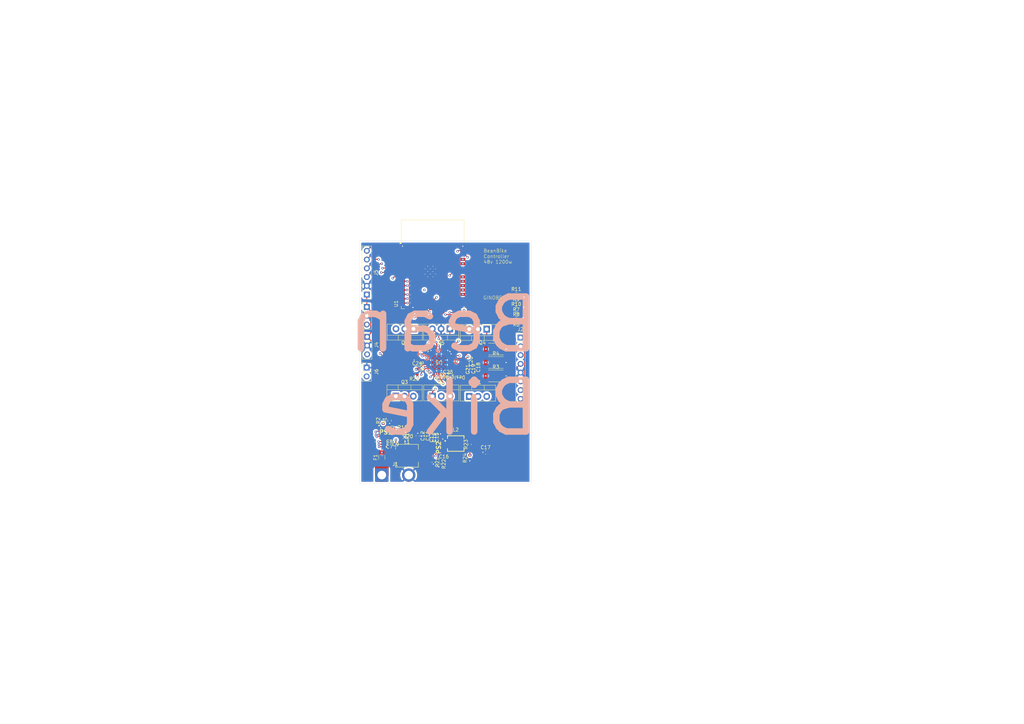
<source format=kicad_pcb>
(kicad_pcb (version 20241229) (generator "pcbnew") (generator_version "9.0")
  (layers (0 "F.Cu" mixed) (4 "In1.Cu" mixed) (6 "In2.Cu" mixed) (8 "In3.Cu" signal) (10 "In4.Cu" signal) (2 "B.Cu" mixed) (13 "F.Paste" user) (15 "B.Paste" user) (5 "F.SilkS" user "F.Silkscreen") (7 "B.SilkS" user "B.Silkscreen") (1 "F.Mask" user) (3 "B.Mask" user) (25 "Edge.Cuts" user))
  (net 0 "")
  (net 1 "Net-(U5-VM)")
  (net 2 "/Motor/VDRAIN")
  (net 3 "Net-(U5-VCP)")
  (net 4 "BRAKE_GND")
  (net 5 "Net-(U5-CPH)")
  (net 6 "PWR_MOTOR")
  (net 7 "MCU-GPIO10")
  (net 8 "Net-(PS1-BOOT)")
  (net 9 "Net-(PS1-SW_1)")
  (net 10 "Net-(PS2-SW_1)")
  (net 11 "Net-(PS2-BOOT)")
  (net 12 "DISPLAY_5V")
  (net 13 "+3.3V")
  (net 14 "Net-(U5-CPL)")
  (net 15 "Net-(U5-DVDD)")
  (net 16 "Net-(U5-VGLS)")
  (net 17 "+BATT")
  (net 18 "MOTOR_PHASE_C")
  (net 19 "MOTOR_HALL_C")
  (net 20 "MOTOR_PHASE_A")
  (net 21 "MOTOR_HALL_A")
  (net 22 "MOTOR_HALL_B")
  (net 23 "MOTOR_PHASE_B")
  (net 24 "MCU-GPIO21")
  (net 25 "MCU-GPIO22")
  (net 26 "MCU-Boot")
  (net 27 "MCU-GPIO4")
  (net 28 "MCU-RX")
  (net 29 "MCU-TX")
  (net 30 "Net-(PS1-PG)")
  (net 32 "Net-(PS1-FB)")
  (net 33 "Net-(PS1-RT{slash}SYNC)")
  (net 34 "Net-(PS2-RT{slash}SYNC)")
  (net 36 "Net-(PS2-PG)")
  (net 37 "Net-(PS2-FB)")
  (net 38 "BLDC-IC_PHASE_A_HIGH")
  (net 39 "BLDC-IC_PHASE_B_HIGH")
  (net 40 "BLDC-IC_PHASE_C_HIGH")
  (net 41 "BLDC-IC_PHASE_A_LOW")
  (net 42 "BLDC-IC_PHASE_B_LOW")
  (net 43 "BLDC-IC_PHASE_C_LOW")
  (net 44 "BATT_Level")
  (net 45 "MCU-Reset")
  (net 46 "MCU-GPIO23")
  (net 47 "BRAKE_SIGNAL")
  (net 48 "MCU-GPIO5")
  (net 49 "MCU-GPIO26")
  (net 50 "MCU-GPIO19")
  (net 51 "MCU-GPIO12")
  (net 52 "MCU-GPIO9")
  (net 53 "MCU-GPIO18")
  (net 55 "MCU-GPIO33")
  (net 56 "MCU-GPIO13")
  (net 57 "MCU-GPIO2")
  (net 61 "MCU-GPIO11")
  (net 62 "MCU-GPIO27")
  (net 63 "MCU-GPIO25")
  (net 64 "MCU-GPIO14")
  (net 66 "MCU-GPIO35")
  (net 67 "MCU-GPIO34")
  (net 68 "MCU-GPIO15")
  (net 69 "MCU-GPIO17")
  (footprint "Resistor_SMD:R_0603_1608Metric" (layer "F.Cu") (at 149.7 86.8 180)
    (property "Reference" "R10")
    (property "Value" "10k")
  )
  (footprint "Capacitor_SMD:C_0201_0603Metric" (layer "F.Cu") (at 120.945 104.38 180)
    (property "Reference" "C24")
    (property "Value" "0.1uF")
  )
  (footprint "Resistor_SMD:R_0402_1005Metric" (layer "F.Cu") (at 119.2 126 90)
    (property "Reference" "R19")
    (property "Value" "40.2k")
  )
  (footprint "Resistor_SMD:R_0603_1608Metric" (layer "F.Cu") (at 120.895 106.23 -90)
    (property "Reference" "R26")
    (property "Value" "73k")
  )
  (footprint "Fuse:Fuse_1206_3216Metric" (layer "F.Cu") (at 110.7 132.65 90)
    (property "Reference" "F1")
    (property "Value" "Fuse")
  )
  (footprint "Resistor_SMD:R_0603_1608Metric" (layer "F.Cu") (at 149.7 91.25)
    (property "Reference" "R7")
    (property "Value" "18k")
  )
  (footprint "Capacitor_SMD:C_0201_0603Metric" (layer "F.Cu") (at 128.7 133.5)
    (property "Reference" "C16")
    (property "Value" "100nf")
  )
  (footprint "Resistor_SMD:R_0402_1005Metric" (layer "F.Cu") (at 116.8 126.85)
    (property "Reference" "R17")
    (property "Value" "46.4k")
  )
  (footprint "Capacitor_SMD:C_0201_0603Metric" (layer "F.Cu") (at 126.95 126.9 90)
    (property "Reference" "C14")
    (property "Value" "2.2uF")
  )
  (footprint "Capacitor_SMD:C_0603_1608Metric" (layer "F.Cu") (at 140.8 131.2)
    (property "Reference" "C17")
    (property "Value" "22uF")
  )
  (footprint "Capacitor_SMD:C_0201_0603Metric" (layer "F.Cu") (at 126.2 126.9 90)
    (property "Reference" "C13")
    (property "Value" "2.2uF")
  )
  (footprint "Capacitor_SMD:C_0201_0603Metric" (layer "F.Cu") (at 114.85 124.85 90)
    (property "Reference" "C10")
    (property "Value" "100nf")
  )
  (footprint "Capacitor_SMD:C_0201_0603Metric" (layer "F.Cu") (at 111 128.85)
    (property "Reference" "C9")
    (property "Value" "100nF")
  )
  (footprint "Resistor_SMD:R_0603_1608Metric" (layer "F.Cu") (at 136.25 132.85 90)
    (property "Reference" "R24")
    (property "Value" "10k")
  )
  (footprint "Capacitor_SMD:C_0603_1608Metric" (layer "F.Cu") (at 135.845 107.01 -90)
    (property "Reference" "C19")
    (property "Value" ">10uF")
  )
  (footprint "Resistor_SMD:R_0603_1608Metric" (layer "F.Cu") (at 120.145 108.48 180)
    (property "Reference" "R25")
    (property "Value" "73k")
  )
  (footprint "Resistor_SMD:R_0603_1608Metric" (layer "F.Cu") (at 149.7 88.28)
    (property "Reference" "R9")
    (property "Value" "18k")
  )
  (footprint "MOTORIC:RTA0040B" (layer "F.Cu") (at 127.2875 105.13 180)
    (property "Reference" "U5")
    (property "Value" "DRV8353SRTAT")
  )
  (footprint "Resistor_SMD:R_2512_6332Metric" (layer "F.Cu") (at 143.8 109.05)
    (property "Reference" "R3")
    (property "Value" "CSS2H-2512R-1L00F")
  )
  (footprint "Resistor_SMD:R_0603_1608Metric" (layer "F.Cu") (at 149.7 89.75 180)
    (property "Reference" "R8")
    (property "Value" "10k")
  )
  (footprint "Resistor_SMD:R_0603_1608Metric" (layer "F.Cu") (at 112.95 122 90)
    (property "Reference" "R1")
    (property "Value" "10k")
  )
  (footprint "Capacitor_SMD:C_0201_0603Metric" (layer "F.Cu") (at 134.595 107.13 -90)
    (property "Reference" "C21")
    (property "Value" "47nF")
  )
  (footprint "Resistor_SMD:R_0603_1608Metric" (layer "F.Cu") (at 127.25 134.6 -90)
    (property "Reference" "R22")
    (property "Value" "10k")
  )
  (footprint "Capacitor_SMD:C_0201_0603Metric" (layer "F.Cu") (at 111 128.1)
    (property "Reference" "C8")
    (property "Value" "2.2uF")
  )
  (footprint "Resistor_SMD:R_2512_6332Metric" (layer "F.Cu") (at 143.845 101.25)
    (property "Reference" "R5")
    (property "Value" "CSS2H-2512R-1L00F")
  )
  (footprint "Capacitor_SMD:C_0201_0603Metric" (layer "F.Cu") (at 127.7 126.9 90)
    (property "Reference" "C15")
    (property "Value" "100nF")
  )
  (footprint "Connector_Wire:SolderWire-2sqmm_1x02_P7.8mm_D2mm_OD3.9mm" (layer "F.Cu") (at 110.7 137.8)
    (property "Reference" "J1")
    (property "Value" "XT80 Male")
  )
  (footprint "Capacitor_SMD:C_0201_0603Metric" (layer "F.Cu") (at 135.495 104.81 -90)
    (property "Reference" "C20")
    (property "Value" "1uF")
  )
  (footprint "LMR380:SON50P300X300X80-13N" (layer "F.Cu") (at 127.1875 129.8 -90)
    (property "Reference" "PS2")
    (property "Value" "LMR38025SQDRRRQ1" (hide yes))
  )
  (footprint "Capacitor_SMD:C_0201_0603Metric" (layer "F.Cu") (at 137.645 106.555 -90)
    (property "Reference" "C18")
    (property "Value" "0.1uF")
  )
  (footprint "easyeda2kicad:IND-SMD_L4.8-W4.5" (layer "F.Cu") (at 132.15 128.65)
    (property "Reference" "L2")
    (property "Value" "L")
  )
  (footprint "Package_TO_SOT_THT:TO-220-3_Vertical" (layer "F.Cu") (at 130.435 95.38 180)
    (property "Reference" "Q5")
    (property "Value" "PHASE B LOW")
  )
  (footprint "Connector_PinHeader_2.54mm:PinHeader_1x06_P2.54mm_Vertical" (layer "F.Cu") (at 106.35 85.45 180)
    (property "Reference" "J5")
    (property "Value" "Display Conn")
  )
  (footprint "Capacitor_SMD:C_0603_1608Metric" (layer "F.Cu") (at 122.6 126.45 -90)
    (property "Reference" "C11")
    (property "Value" "22uF")
  )
  (footprint "Package_TO_SOT_THT:TO-220-3_Vertical" (layer "F.Cu") (at 136.055 114.98)
    (property "Reference" "Q1")
    (property "Value" "PHASE A HIGH")
  )
  (footprint "LMR380:SON50P300X300X80-13N" (layer "F.Cu") (at 111.8 125.35)
    (property "Reference" "PS1")
    (property "Value" "LMR38025SQDRRRQ1" (hide yes))
  )
  (footprint "Resistor_SMD:R_0402_1005Metric" (layer "F.Cu") (at 136.25 128.9 90)
    (property "Reference" "R23")
    (property "Value" "23.2k")
  )
  (footprint "Capacitor_SMD:C_0603_1608Metric" (layer "F.Cu") (at 121.13 126.45 -90)
    (property "Reference" "C12")
    (property "Value" "22uF")
  )
  (footprint "easyeda2kicad:IND-SMD_L7.1-W6.6" (layer "F.Cu") (at 118 132.2)
    (property "Reference" "L1")
    (property "Value" "8.2uH 68mOhm")
  )
  (footprint "Resistor_SMD:R_0603_1608Metric" (layer "F.Cu") (at 116.75 125.4)
    (property "Reference" "R18")
    (property "Value" "10k")
  )
  (footprint "Package_TO_SOT_THT:TO-220-3_Vertical" (layer "F.Cu") (at 125.4 114.93)
    (property "Reference" "Q2")
    (property "Value" "PHASE B HIGH")
  )
  (footprint "Resistor_SMD:R_0603_1608Metric" (layer "F.Cu") (at 149.7 85.3)
    (property "Reference" "R11")
    (property "Value" "18k")
  )
  (footprint "Resistor_SMD:R_2512_6332Metric" (layer "F.Cu") (at 143.8 105.15)
    (property "Reference" "R4")
    (property "Value" "CSS2H-2512R-1L00F")
  )
  (footprint "Resistor_SMD:R_0402_1005Metric" (layer "F.Cu") (at 125.65 134.1 -90)
    (property "Reference" "R21")
    (property "Value" "21.5k")
  )
  (footprint "Connector_PinHeader_2.54mm:PinHeader_1x03_P2.54mm_Vertical" (layer "F.Cu") (at 106.45 97.7)
    (property "Reference" "J4")
    (property "Value" "PAS Conn")
  )
  (footprint "Resistor_SMD:R_0603_1608Metric" (layer "F.Cu") (at 149.7 92.75 180)
    (property "Reference" "R6")
    (property "Value" "10k")
  )
  (footprint "Capacitor_SMD:C_0201_0603Metric" (layer "F.Cu") (at 129.865 108.98)
    (property "Reference" "C23")
    (property "Value" "1uF")
  )
  (footprint "Capacitor_SMD:C_0201_0603Metric" (layer "F.Cu") (at 128.895 109.73)
    (property "Reference" "C22")
    (property "Value" "1uF")
  )
  (footprint "Capacitor_SMD:C_0201_0603Metric" (layer "F.Cu") (at 111 129.6)
    (property "Reference" "C7")
    (property "Value" "2.2uF")
  )
  (footprint "Connector_PinHeader_2.54mm:PinHeader_1x03_P2.54mm_Vertical" (layer "F.Cu") (at 106.35 89.04)
    (property "Reference" "J3")
    (property "Value" "Throttle Conn")
  )
  (footprint "RF_Module:ESP32-WROOM-32" (layer "F.Cu") (at 125.455 79.67)
    (property "Reference" "U1")
    (property "Value" "ESP32-WROOM-32")
  )
  (footprint "Connector_PinHeader_2.54mm:PinHeader_1x08_P2.54mm_Vertical" (layer "F.Cu") (at 150.95 97.92)
    (property "Reference" "J2")
    (property "Value" "Motor Conn")
  )
  (footprint "Package_TO_SOT_THT:TO-220-3_Vertical" (layer "F.Cu") (at 141.135 95.48 180)
    (property "Reference" "Q4")
    (property "Value" "PHASE A LOW")
  )
  (footprint "Resistor_SMD:R_0603_1608Metric" (layer "F.Cu") (at 111.1 122 90)
    (property "Reference" "R2")
    (property "Value" "180k")
  )
  (footprint "Connector_PinHeader_2.54mm:PinHeader_1x02_P2.54mm_Vertical" (layer "F.Cu") (at 106.3 106.64)
    (property "Reference" "J6")
    (property "Value" "Brake Conn")
  )
  (footprint "Resistor_SMD:R_0603_1608Metric" (layer "F.Cu") (at 118.325 128.05)
    (property "Reference" "R20")
    (property "Value" "10k")
  )
  (footprint "Package_TO_SOT_THT:TO-220-3_Vertical" (layer "F.Cu") (at 119.885 95.38 180)
    (property "Reference" "Q6")
    (property "Value" "PHASE C LOW")
  )
  (footprint "Package_TO_SOT_THT:TO-220-3_Vertical" (layer "F.Cu") (at 114.755 114.93)
    (property "Reference" "Q3")
    (property "Value" "PHASE C HIGH")
  )
  (gr_rect (start 104.255 69.87) (end 154.03 140.25) (stroke (width 0.05)) (fill no) (layer "Edge.Cuts"))
  (gr_text "GINOBEANO\n" (at 140.05 86.95 0) (layer "F.SilkS") (effects (font (size 1 1) (thickness 0.1)) (justify left bottom)))
  (gr_text "BeanBike\nController\n48v 1200w" (at 140.15 76.55 0) (layer "F.SilkS") (effects (font (size 1 1) (thickness 0.1)) (justify left bottom)))
  (gr_text "Bean\nBike\n" (at 157.3 127.1 0) (layer "B.SilkS") (effects (font (size 15 15) (thickness 1.875)) (justify left bottom mirror)))
  (segment (start 130.187499 106.38) (end 130.242499 106.325) (width 0.254) (layer "F.Cu") (net 1))
  (segment (start 135.755 106.325) (end 135.845 106.235) (width 0.254) (layer "F.Cu") (net 1))
  (segment (start 135.845 106.235) (end 137.645 106.235) (width 0.254) (layer "F.Cu") (net 1))
  (segment (start 130.242499 106.325) (end 135.755 106.325) (width 0.254) (layer "F.Cu") (net 1))
  (segment (start 130.187499 105.880001) (end 134.744999 105.880001) (width 0.254) (layer "F.Cu") (net 2))
  (segment (start 134.744999 105.880001) (end 135.495 105.13) (width 0.254) (layer "F.Cu") (net 2))
  (segment (start 130.3055 105.498001) (end 134.392181 105.498001) (width 0.254) (layer "F.Cu") (net 3))
  (segment (start 135.400182 104.49) (end 135.495 104.49) (width 0.254) (layer "F.Cu") (net 3))
  (segment (start 134.392181 105.498001) (end 135.400182 104.49) (width 0.254) (layer "F.Cu") (net 3))
  (segment (start 130.187499 105.38) (end 130.3055 105.498001) (width 0.254) (layer "F.Cu") (net 3))
  (segment (start 130.187499 102.879999) (end 130.570001 102.879999) (width 0.254) (layer "F.Cu") (net 4))
  (segment (start 150.525 85.3) (end 151.05 85.3) (width 0.254) (layer "F.Cu") (net 4))
  (segment (start 129.78 109.73) (end 129.95 109.9) (width 0.254) (layer "F.Cu") (net 4))
  (segment (start 129.537501 101.95627) (end 129.829074 101.664697) (width 0.254) (layer "F.Cu") (net 4))
  (segment (start 125.037499 102.230001) (end 125.037499 101.755523) (width 0.254) (layer "F.Cu") (net 4))
  (segment (start 150.525 91.25) (end 150.75 91.25) (width 0.254) (layer "F.Cu") (net 4))
  (segment (start 128.4375 127.3875) (end 128.4 127.35) (width 0.254) (layer "F.Cu") (net 4))
  (segment (start 111.32 128.1) (end 112.5 128.1) (width 0.254) (layer "F.Cu") (net 4))
  (segment (start 126.2 126.58) (end 126.2 126.05) (width 0.254) (layer "F.Cu") (net 4))
  (segment (start 111.32 129.6) (end 112 129.6) (width 0.254) (layer "F.Cu") (net 4))
  (segment (start 130.570001 102.879999) (end 130.8 102.65) (width 0.254) (layer "F.Cu") (net 4))
  (segment (start 125.183323 104.88) (end 125.433323 105.13) (width 0.254) (layer "F.Cu") (net 4))
  (segment (start 129.037502 107.705999) (end 129.037502 108.029999) (width 0.254) (layer "F.Cu") (net 4))
  (segment (start 127.2875 104.415823) (end 127.2875 105.13) (width 0.254) (layer "F.Cu") (net 4))
  (segment (start 129.215 109.73) (end 129.78 109.73) (width 0.254) (layer "F.Cu") (net 4))
  (segment (start 111.32 128.85) (end 112.2 128.85) (width 0.254) (layer "F.Cu") (net 4))
  (segment (start 128.4375 128.35) (end 128.4375 127.3875) (width 0.254) (layer "F.Cu") (net 4))
  (segment (start 127.2875 105.13) (end 128.001677 105.13) (width 0.254) (layer "F.Cu") (net 4))
  (segment (start 126.393322 103.940001) (end 126.811678 103.940001) (width 0.254) (layer "F.Cu") (net 4))
  (segment (start 137.645 107.745) (end 137.65 107.75) (width 0.254) (layer "F.Cu") (net 4))
  (segment (start 151.05 85.3) (end 151.95 86.2) (width 0.254) (layer "F.Cu") (net 4))
  (segment (start 130.185 109.035) (end 130.6 109.45) (width 0.254) (layer "F.Cu") (net 4))
  (segment (start 120.625 104.38) (end 120.17 104.38) (width 0.254) (layer "F.Cu") (net 4))
  (segment (start 125.037499 102.230001) (end 125.037499 102.584178) (width 0.254) (layer "F.Cu") (net 4))
  (segment (start 128.477499 106.95) (end 128.477499 107.145996) (width 0.254) (layer "F.Cu") (net 4))
  (segment (start 128.477499 105.605822) (end 128.477499 106.95) (width 0.254) (layer "F.Cu") (net 4))
  (segment (start 137.645 106.875) (end 137.645 107.745) (width 0.254) (layer "F.Cu") (net 4))
  (segment (start 125.037499 102.584178) (end 126.393322 103.940001) (width 0.254) (layer "F.Cu") (net 4))
  (segment (start 150.525 88.28) (end 151.03 88.28) (width 0.254) (layer "F.Cu") (net 4))
  (segment (start 128.477499 107.145996) (end 129.037502 107.705999) (width 0.254) (layer "F.Cu") (net 4))
  (segment (start 129.537501 102.230001) (end 129.537501 101.95627) (width 0.254) (layer "F.Cu") (net 4))
  (segment (start 125.433323 105.13) (end 127.2875 105.13) (width 0.254) (layer "F.Cu") (net 4))
  (segment (start 120.17 104.38) (end 120.1 104.45) (width 0.254) (layer "F.Cu") (net 4))
  (segment (start 127.9375 128.35) (end 127.9375 127.8125) (width 0.254) (layer "F.Cu") (net 4))
  (segment (start 127.9375 127.8125) (end 128.4 127.35) (width 0.254) (layer "F.Cu") (net 4))
  (segment (start 124.387501 104.88) (end 125.183323 104.88) (width 0.254) (layer "F.Cu") (net 4))
  (segment (start 130.185 108.98) (end 130.185 109.035) (width 0.254) (layer "F.Cu") (net 4))
  (segment (start 126.811678 103.940001) (end 127.2875 104.415823) (width 0.254) (layer "F.Cu") (net 4))
  (segment (start 127.9375 128.35) (end 128.4375 128.35) (width 0.254) (layer "F.Cu") (net 4))
  (segment (start 127.7 126.58) (end 127.7 125.85) (width 0.254) (layer "F.Cu") (net 4))
  (segment (start 151.03 88.28) (end 151.85 89.1) (width 0.254) (layer "F.Cu") (net 4))
  (segment (start 126.95 126.58) (end 126.95 125.95) (width 0.254) (layer "F.Cu") (net 4))
  (segment (start 110.35 124.6) (end 110.35 124.1) (width 0.254) (layer "F.Cu") (net 4))
  (segment (start 128.001677 105.13) (end 128.477499 105.605822) (width 0.254) (layer "F.Cu") (net 4))
  (segment (start 125.037499 101.755523) (end 124.940601 101.658625) (width 0.254) (layer "F.Cu") (net 4))
  (segment (start 150.75 91.25) (end 151.65 92.15) (width 0.254) (layer "F.Cu") (net 4))
  (via (at 127.1875 129.8) (size 0.6858) (drill 0.3302) (layers "F.Cu" "B.Cu") (net 4))
  (via (at 111.8 125.35) (size 0.6858) (drill 0.3302) (layers "F.Cu" "B.Cu") (net 4))
  (via (at 117.575 125.4) (size 0.6858) (drill 0.3302) (layers "F.Cu" "B.Cu") (net 4))
  (via (at 146.7625 109.05) (size 0.6858) (drill 0.3302) (layers "F.Cu" "B.Cu") (net 4))
  (via (at 126.95 125.95) (size 0.6858) (drill 0.3302) (layers "F.Cu" "B.Cu") (net 4))
  (via (at 127.7 125.85) (size 0.6858) (drill 0.3302) (layers "F.Cu" "B.Cu") (net 4))
  (via (at 134.205 71.42) (size 0.6858) (drill 0.3302) (layers "F.Cu" "B.Cu") (net 4))
  (via (at 151.85 89.1) (size 0.6858) (drill 0.3302) (layers "F.Cu" "B.Cu") (net 4))
  (via (at 129.829074 101.664697) (size 0.6858) (drill 0.3302) (layers "F.Cu" "B.Cu") (net 4))
  (via (at 112.5 128.1) (size 0.6858) (drill 0.3302) (layers "F.Cu" "B.Cu") (net 4))
  (via (at 112.2 128.85) (size 0.6858) (drill 0.3302) (layers "F.Cu" "B.Cu") (net 4))
  (via (at 130.6 109.45) (size 0.6858) (drill 0.3302) (layers "F.Cu" "B.Cu") (net 4))
  (via (at 128.4 127.35) (size 0.6858) (drill 0.3302) (layers "F.Cu" "B.Cu") (net 4))
  (via (at 146.8075 101.25) (size 0.6858) (drill 0.3302) (layers "F.Cu" "B.Cu") (net 4))
  (via (at 117.31 126.85) (size 0.6858) (drill 0.3302) (layers "F.Cu" "B.Cu") (net 4))
  (via (at 122.6 125.675) (size 0.6858) (drill 0.3302) (layers "F.Cu" "B.Cu") (net 4))
  (via (at 129.95 109.9) (size 0.6858) (drill 0.3302) (layers "F.Cu" "B.Cu") (net 4))
  (via (at 120.1 104.45) (size 0.6858) (drill 0.3302) (layers "F.Cu" "B.Cu") (net 4))
  (via (at 140.025 131.2) (size 0.6858) (drill 0.3302) (layers "F.Cu" "B.Cu") (net 4))
  (via (at 119.745 89.18) (size 0.6858) (drill 0.3302) (layers "F.Cu" "B.Cu") (net 4))
  (via (at 151.65 92.15) (size 0.6858) (drill 0.3302) (layers "F.Cu" "B.Cu") (net 4))
  (via (at 117.5 128.05) (size 0.6858) (drill 0.3302) (layers "F.Cu" "B.Cu") (net 4))
  (via (at 112 129.6) (size 0.6858) (drill 0.3302) (layers "F.Cu" "B.Cu") (net 4))
  (via (at 135.845 107.785) (size 0.6858) (drill 0.3302) (layers "F.Cu" "B.Cu") (net 4))
  (via (at 146.7625 105.15) (size 0.6858) (drill 0.3302) (layers "F.Cu" "B.Cu") (net 4))
  (via (at 126.2 126.05) (size 0.6858) (drill 0.3302) (layers "F.Cu" "B.Cu") (net 4))
  (via (at 110.35 124.1) (size 0.6858) (drill 0.3302) (layers "F.Cu" "B.Cu") (net 4))
  (via (at 137.65 107.75) (size 0.6858) (drill 0.3302) (layers "F.Cu" "B.Cu") (net 4))
  (via (at 151.95 86.2) (size 0.6858) (drill 0.3302) (layers "F.Cu" "B.Cu") (net 4))
  (via (at 121.13 125.675) (size 0.6858) (drill 0.3302) (layers "F.Cu" "B.Cu") (net 4))
  (via (at 127.25 135.425) (size 0.6858) (drill 0.3302) (layers "F.Cu" "B.Cu") (net 4))
  (via (at 116.705 71.42) (size 0.6858) (drill 0.3302) (layers "F.Cu" "B.Cu") (net 4))
  (via (at 136.25 133.675) (size 0.6858) (drill 0.3302) (layers "F.Cu" "B.Cu") (net 4))
  (via (at 124.940601 101.658625) (size 0.6858) (drill 0.3302) (layers "F.Cu" "B.Cu") (net 4))
  (via (at 112.95 122.825) (size 0.6858) (drill 0.3302) (layers "F.Cu" "B.Cu") (net 4))
  (via (at 125.65 134.61) (size 0.6858) (drill 0.3302) (layers "F.Cu" "B.Cu") (net 4))
  (via (at 130.8 102.65) (size 0.6858) (drill 0.3302) (layers "F.Cu" "B.Cu") (net 4))
  (segment (start 130.187499 106.880002) (end 134.524998 106.880002) (width 0.254) (layer "F.Cu") (net 5))
  (segment (start 134.524998 106.880002) (end 134.595 106.81) (width 0.254) (layer "F.Cu") (net 5))
  (segment (start 109.05 126.1) (end 109 126.15) (width 0.254) (layer "F.Cu") (net 6))
  (segment (start 110.68 128.1) (end 109.75 128.1) (width 0.254) (layer "F.Cu") (net 6))
  (segment (start 110.35 125.1) (end 109.15 125.1) (width 0.254) (layer "F.Cu") (net 6))
  (segment (start 110.68 129.6) (end 109.9 129.6) (width 0.254) (layer "F.Cu") (net 6))
  (segment (start 110.68 128.85) (end 109.85 128.85) (width 0.254) (layer "F.Cu") (net 6))
  (segment (start 110.35 126.6) (end 109.35 126.6) (width 0.254) (layer "F.Cu") (net 6))
  (segment (start 109.35 126.6) (end 109.25 126.7) (width 0.254) (layer "F.Cu") (net 6))
  (segment (start 110.35 126.1) (end 109.05 126.1) (width 0.254) (layer "F.Cu") (net 6))
  (segment (start 109.15 125.1) (end 108.95 125.3) (width 0.254) (layer "F.Cu") (net 6))
  (via (at 110.7 131.25) (size 0.6858) (drill 0.3302) (layers "F.Cu" "B.Cu") (net 6))
  (via (at 109.25 126.7) (size 0.6858) (drill 0.3302) (layers "F.Cu" "B.Cu") (net 6))
  (via (at 111.1 122.825) (size 0.6858) (drill 0.3302) (layers "F.Cu" "B.Cu") (net 6))
  (via (at 108.95 125.3) (size 0.6858) (drill 0.3302) (layers "F.Cu" "B.Cu") (net 6))
  (via (at 109 126.15) (size 0.6858) (drill 0.3302) (layers "F.Cu" "B.Cu") (net 6))
  (via (at 109.9 129.6) (size 0.6858) (drill 0.3302) (layers "F.Cu" "B.Cu") (net 6))
  (via (at 109.75 128.1) (size 0.6858) (drill 0.3302) (layers "F.Cu" "B.Cu") (net 6))
  (via (at 109.85 128.85) (size 0.6858) (drill 0.3302) (layers "F.Cu" "B.Cu") (net 6))
  (segment (start 124.482429 90.460093) (end 123.555 89.532664) (width 0.254) (layer "F.Cu") (net 7))
  (segment (start 148.875 89.75) (end 147.9719 90.6531) (width 0.254) (layer "F.Cu") (net 7))
  (segment (start 123.555 89.532664) (end 123.555 89.18) (width 0.254) (layer "F.Cu") (net 7))
  (segment (start 148.875 89.75) (end 148.875 88.28) (width 0.254) (layer "F.Cu") (net 7))
  (segment (start 147.9719 90.6531) (end 130.4 90.6531) (width 0.254) (layer "F.Cu") (net 7))
  (via (at 124.482429 90.460093) (size 0.6858) (drill 0.3302) (layers "F.Cu" "B.Cu") (net 7))
  (via (at 130.4 90.6531) (size 0.6858) (drill 0.3302) (layers "F.Cu" "B.Cu") (net 7))
  (segment (start 113.25 125.1) (end 114.78 125.1) (width 0.254) (layer "F.Cu") (net 8))
  (segment (start 114.78 125.1) (end 114.85 125.17) (width 0.254) (layer "F.Cu") (net 8))
  (segment (start 114.765 131.875) (end 115.09 132.2) (width 0.254) (layer "F.Cu") (net 9))
  (segment (start 114.765 127.635) (end 114.765 131.875) (width 0.254) (layer "F.Cu") (net 9))
  (segment (start 114.8 127.6) (end 114.765 127.635) (width 0.254) (layer "F.Cu") (net 9))
  (segment (start 113.25 124.6) (end 114.78 124.6) (width 0.254) (layer "F.Cu") (net 9))
  (segment (start 113.25 124.1) (end 113.25 124.6) (width 0.254) (layer "F.Cu") (net 9))
  (segment (start 113.25 124.1) (end 114.42 124.1) (width 0.254) (layer "F.Cu") (net 9))
  (segment (start 114.78 124.6) (end 114.85 124.53) (width 0.254) (layer "F.Cu") (net 9))
  (segment (start 114.42 124.1) (end 114.85 124.53) (width 0.254) (layer "F.Cu") (net 9))
  (via (at 114.8 127.6) (size 0.6858) (drill 0.3302) (layers "F.Cu" "B.Cu") (net 9))
  (via (at 114.863665 124.4701) (size 0.6858) (drill 0.3302) (layers "F.Cu" "B.Cu") (net 9))
  (segment (start 128.4375 131.25) (end 128.4375 131.75) (width 0.254) (layer "F.Cu") (net 10))
  (segment (start 128.76875 132.08125) (end 129.02 132.3325) (width 0.254) (layer "F.Cu") (net 10))
  (segment (start 128.4375 131.25) (end 127.9375 131.25) (width 0.254) (layer "F.Cu") (net 10))
  (segment (start 130.65 129.0375) (end 128.4375 131.25) (width 0.254) (layer "F.Cu") (net 10))
  (segment (start 128.4375 131.75) (end 128.76875 132.08125) (width 0.254) (layer "F.Cu") (net 10))
  (segment (start 130.65 128.65) (end 130.65 129.0375) (width 0.254) (layer "F.Cu") (net 10))
  (segment (start 127.9375 131.25) (end 128.76875 132.08125) (width 0.254) (layer "F.Cu") (net 10))
  (segment (start 129.02 132.3325) (end 129.02 133.5) (width 0.254) (layer "F.Cu") (net 10))
  (segment (start 127.4375 132.5575) (end 128.38 133.5) (width 0.254) (layer "F.Cu") (net 11))
  (segment (start 127.4375 131.25) (end 127.4375 132.5575) (width 0.254) (layer "F.Cu") (net 11))
  (segment (start 125.9375 128.35) (end 126.4375 128.35) (width 0.254) (layer "F.Cu") (net 12))
  (segment (start 124.6 128.35) (end 125.9375 128.35) (width 0.254) (layer "F.Cu") (net 12))
  (segment (start 126.95 127.22) (end 127.7 127.22) (width 0.254) (layer "F.Cu") (net 12))
  (segment (start 127.7 127.22) (end 127.4375 127.4825) (width 0.254) (layer "F.Cu") (net 12))
  (segment (start 147.63 126.305058) (end 140.915058 133.02) (width 0.254) (layer "F.Cu") (net 12))
  (segment (start 130.26377 123.7) (end 125.8 123.7) (width 0.254) (layer "F.Cu") (net 12))
  (segment (start 147.63 108.86) (end 147.63 126.305058) (width 0.254) (layer "F.Cu") (net 12))
  (segment (start 118.55 124.84) (end 119.2 125.49) (width 0.254) (layer "F.Cu") (net 12))
  (segment (start 106.45 97.7) (end 118.55 109.8) (width 0.254) (layer "F.Cu") (net 12))
  (segment (start 106.35 89.04) (end 107.455 90.145) (width 0.254) (layer "F.Cu") (net 12))
  (segment (start 121.13 127.225) (end 121.13 128.46901) (width 0.254) (layer "F.Cu") (net 12))
  (segment (start 132.25 130.16) (end 132.25 125.68623) (width 0.254) (layer "F.Cu") (net 12))
  (segment (start 127.4375 127.4825) (end 127.4375 128.35) (width 0.254) (layer "F.Cu") (net 12))
  (segment (start 119.2 125.49) (end 119.395 125.49) (width 0.254) (layer "F.Cu") (net 12))
  (segment (start 135.11 133.02) (end 132.25 130.16) (width 0.254) (layer "F.Cu") (net 12))
  (segment (start 120.51 129.08901) (end 120.51 131.75) (width 0.254) (layer "F.Cu") (net 12))
  (segment (start 107.455 90.145) (end 107.455 96.695) (width 0.254) (layer "F.Cu") (net 12))
  (segment (start 119.395 125.49) (end 121.13 127.225) (width 0.254) (layer "F.Cu") (net 12))
  (segment (start 118.55 109.8) (end 118.55 124.84) (width 0.254) (layer "F.Cu") (net 12))
  (segment (start 126.4375 127.4575) (end 126.2 127.22) (width 0.254) (layer "F.Cu") (net 12))
  (segment (start 126.4375 128.35) (end 126.4375 127.4575) (width 0.254) (layer "F.Cu") (net 12))
  (segment (start 121.13 127.225) (end 122.6 127.225) (width 0.254) (layer "F.Cu") (net 12))
  (segment (start 107.455 96.695) (end 106.45 97.7) (width 0.254) (layer "F.Cu") (net 12))
  (segment (start 106.35 85.45) (end 106.35 89.04) (width 0.254) (layer "F.Cu") (net 12))
  (segment (start 122.6 127.225) (end 123.475 127.225) (width 0.254) (layer "F.Cu") (net 12))
  (segment (start 125.8 123.7) (end 125.8 124.9) (width 0.254) (layer "F.Cu") (net 12))
  (segment (start 150.95 105.54) (end 147.63 108.86) (width 0.254) (layer "F.Cu") (net 12))
  (segment (start 121.13 128.46901) (end 120.51 129.08901) (width 0.254) (layer "F.Cu") (net 12))
  (segment (start 125.8 124.9) (end 123.475 127.225) (width 0.254) (layer "F.Cu") (net 12))
  (segment (start 132.25 125.68623) (end 130.26377 123.7) (width 0.254) (layer "F.Cu") (net 12))
  (segment (start 126.2 127.22) (end 126.95 127.22) (width 0.254) (layer "F.Cu") (net 12))
  (segment (start 123.475 127.225) (end 124.6 128.35) (width 0.254) (layer "F.Cu") (net 12))
  (segment (start 140.915058 133.02) (end 135.11 133.02) (width 0.254) (layer "F.Cu") (net 12))
  (segment (start 119.32 106.98) (end 120.895 105.405) (width 0.254) (layer "F.Cu") (net 13))
  (segment (start 138.3625 127.9875) (end 141.575 131.2) (width 0.254) (layer "F.Cu") (net 13))
  (segment (start 120.895 105.405) (end 121.265 105.035) (width 0.254) (layer "F.Cu") (net 13))
  (segment (start 133.65 128.65) (end 133.65 126.546) (width 0.254) (layer "F.Cu") (net 13))
  (segment (start 135.5875 128.65) (end 136.25 127.9875) (width 0.254) (layer "F.Cu") (net 13))
  (segment (start 136.25 127.9875) (end 138.3625 127.9875) (width 0.254) (layer "F.Cu") (net 13))
  (segment (start 119.32 108.48) (end 119.32 106.98) (width 0.254) (layer "F.Cu") (net 13))
  (segment (start 121.265 105.035) (end 121.265 104.38) (width 0.254) (layer "F.Cu") (net 13))
  (segment (start 121.330002 104.380002) (end 124.387501 104.380002) (width 0.254) (layer "F.Cu") (net 13))
  (segment (start 121.265 104.38) (end 121.265 99.2225) (width 0.254) (layer "F.Cu") (net 13))
  (segment (start 133.65 126.546) (end 119.32 112.216) (width 0.254) (layer "F.Cu") (net 13))
  (segment (start 117.005 72.69) (end 116.705 72.69) (width 0.254) (layer "F.Cu") (net 13))
  (segment (start 118.6775 96.635) (end 118.6775 74.3625) (width 0.254) (layer "F.Cu") (net 13))
  (segment (start 133.65 128.65) (end 135.5875 128.65) (width 0.254) (layer "F.Cu") (net 13))
  (segment (start 121.33 104.38) (end 121.330002 104.380002) (width 0.254) (layer "F.Cu") (net 13))
  (segment (start 119.32 112.216) (end 119.32 108.48) (width 0.254) (layer "F.Cu") (net 13))
  (segment (start 121.265 104.38) (end 121.33 104.38) (width 0.254) (layer "F.Cu") (net 13))
  (segment (start 121.265 99.2225) (end 118.6775 96.635) (width 0.254) (layer "F.Cu") (net 13))
  (segment (start 118.6775 74.3625) (end 117.005 72.69) (width 0.254) (layer "F.Cu") (net 13))
  (segment (start 130.187499 107.380001) (end 134.525001 107.380001) (width 0.254) (layer "F.Cu") (net 14))
  (segment (start 134.525001 107.380001) (end 134.595 107.45) (width 0.254) (layer "F.Cu") (net 14))
  (segment (start 129 108.584999) (end 128.884243 108.584999) (width 0.254) (layer "F.Cu") (net 15))
  (segment (start 128.667502 108.200229) (end 128.655502 108.188229) (width 0.254) (layer "F.Cu") (net 15))
  (segment (start 128.655502 108.188229) (end 128.655502 108.148001) (width 0.254) (layer "F.Cu") (net 15))
  (segment (start 128.655502 108.148001) (end 128.5375 108.029999) (width 0.254) (layer "F.Cu") (net 15))
  (segment (start 129 109.275) (end 129 108.584999) (width 0.254) (layer "F.Cu") (net 15))
  (segment (start 128.884243 108.584999) (end 128.667502 108.368258) (width 0.254) (layer "F.Cu") (net 15))
  (segment (start 128.575 109.73) (end 128.73 109.575) (width 0.254) (layer "F.Cu") (net 15))
  (segment (start 128.935182 109.275) (end 129 109.275) (width 0.254) (layer "F.Cu") (net 15))
  (segment (start 128.73 109.480182) (end 128.935182 109.275) (width 0.254) (layer "F.Cu") (net 15))
  (segment (start 128.667502 108.368258) (end 128.667502 108.200229) (width 0.254) (layer "F.Cu") (net 15))
  (segment (start 128.73 109.575) (end 128.73 109.480182) (width 0.254) (layer "F.Cu") (net 15))
  (segment (start 129.545 108.98) (end 129.545 108.037498) (width 0.254) (layer "F.Cu") (net 16))
  (segment (start 129.545 108.037498) (end 129.537501 108.029999) (width 0.254) (layer "F.Cu") (net 16))
  (segment (start 110.7 134.05) (end 110.7 137.749) (width 4) (layer "F.Cu") (net 17))
  (segment (start 126.596428 99.994918) (end 126.596428 100.490236) (width 0.254) (layer "F.Cu") (net 18))
  (segment (start 126.6344 99.4344) (end 126.6344 99.956946) (width 0.254) (layer "F.Cu") (net 18))
  (segment (start 126.45 99.25) (end 126.6344 99.4344) (width 0.254) (layer "F.Cu") (net 18))
  (segment (start 126.6344 100.9656) (end 126.45 101.15) (width 0.254) (layer "F.Cu") (net 18))
  (segment (start 126.596428 100.490236) (end 126.6344 100.528208) (width 0.254) (layer "F.Cu") (net 18))
  (segment (start 126.45 102.142499) (end 126.537502 102.230001) (width 0.254) (layer "F.Cu") (net 18))
  (segment (start 125.537501 101.187501) (end 125.537501 102.230001) (width 0.254) (layer "F.Cu") (net 18))
  (segment (start 124.45 99.6) (end 124.45 100.1) (width 0.254) (layer "F.Cu") (net 18))
  (segment (start 126.6344 99.956946) (end 126.596428 99.994918) (width 0.254) (layer "F.Cu") (net 18))
  (segment (start 124.45 100.1) (end 125.537501 101.187501) (width 0.254) (layer "F.Cu") (net 18))
  (segment (start 126.6344 100.528208) (end 126.6344 100.9656) (width 0.254) (layer "F.Cu") (net 18))
  (segment (start 126.45 101.15) (end 126.45 102.142499) (width 0.254) (layer "F.Cu") (net 18))
  (via (at 126.45 99.25) (size 0.6858) (drill 0.3302) (layers "F.Cu" "B.Cu") (net 18))
  (via (at 124.45 99.6) (size 0.6858) (drill 0.3302) (layers "F.Cu" "B.Cu") (net 18))
  (via (at 140.8375 109.05) (size 0.6858) (drill 0.3302) (layers "F.Cu" "B.Cu") (net 18))
  (segment (start 152.832001 113.817999) (end 152.832001 89.107001) (width 0.254) (layer "F.Cu") (net 19))
  (segment (start 152.832001 89.107001) (end 150.525 86.8) (width 0.254) (layer "F.Cu") (net 19))
  (segment (start 150.95 115.7) (end 152.832001 113.817999) (width 0.254) (layer "F.Cu") (net 19))
  (segment (start 132.764682 104.4769) (end 132.590983 104.303201) (width 0.254) (layer "F.Cu") (net 20))
  (segment (start 131.921966 104.4769) (end 131.45 104.4769) (width 0.254) (layer "F.Cu") (net 20))
  (segment (start 133.2 103.15) (end 131.5831 103.15) (width 0.254) (layer "F.Cu") (net 20))
  (segment (start 135.7 103.45) (end 134.6731 104.4769) (width 0.254) (layer "F.Cu") (net 20))
  (segment (start 131.5831 103.15) (end 131.353099 103.380001) (width 0.254) (layer "F.Cu") (net 20))
  (segment (start 132.590983 104.303201) (end 132.095665 104.303201) (width 0.254) (layer "F.Cu") (net 20))
  (segment (start 131.353102 104.380002) (end 130.187499 104.380002) (width 0.254) (layer "F.Cu") (net 20))
  (segment (start 134.6731 104.4769) (end 132.764682 104.4769) (width 0.254) (layer "F.Cu") (net 20))
  (segment (start 131.45 104.4769) (end 131.353102 104.380002) (width 0.254) (layer "F.Cu") (net 20))
  (segment (start 131.353099 103.380001) (end 130.187499 103.380001) (width 0.254) (layer "F.Cu") (net 20))
  (segment (start 132.095665 104.303201) (end 131.921966 104.4769) (width 0.254) (layer "F.Cu") (net 20))
  (via (at 133.2 103.15) (size 0.6858) (drill 0.3302) (layers "F.Cu" "B.Cu") (net 20))
  (via (at 140.8825 101.25) (size 0.6858) (drill 0.3302) (layers "F.Cu" "B.Cu") (net 20))
  (via (at 135.7 103.45) (size 0.6858) (drill 0.3302) (layers "F.Cu" "B.Cu") (net 20))
  (segment (start 152.055 109.515) (end 152.055 94.28) (width 0.254) (layer "F.Cu") (net 21))
  (segment (start 152.055 94.28) (end 150.525 92.75) (width 0.254) (layer "F.Cu") (net 21))
  (segment (start 150.95 110.62) (end 152.055 109.515) (width 0.254) (layer "F.Cu") (net 21))
  (segment (start 152.45 111.66) (end 152.45 91.675) (width 0.254) (layer "F.Cu") (net 22))
  (segment (start 150.95 113.16) (end 152.45 111.66) (width 0.254) (layer "F.Cu") (net 22))
  (segment (start 152.45 91.675) (end 150.525 89.75) (width 0.254) (layer "F.Cu") (net 22))
  (segment (start 130.55 99.8) (end 129.037502 101.312498) (width 0.254) (layer "F.Cu") (net 23))
  (segment (start 132.05 99.8) (end 130.55 99.8) (width 0.254) (layer "F.Cu") (net 23))
  (segment (start 128.2 100.225002) (end 128.037501 100.387501) (width 0.254) (layer "F.Cu") (net 23))
  (segment (start 127.201773 97.226773) (end 125.355 95.38) (width 0.254) (layer "F.Cu") (net 23))
  (segment (start 127.201773 98.257627) (end 127.201773 97.226773) (width 0.254) (layer "F.Cu") (net 23))
  (segment (start 128.2 99.255854) (end 128.2 100.225002) (width 0.254) (layer "F.Cu") (net 23))
  (segment (start 127.201773 98.257627) (end 128.2 99.255854) (width 0.254) (layer "F.Cu") (net 23))
  (segment (start 132.9 98.95) (end 132.05 99.8) (width 0.254) (layer "F.Cu") (net 23))
  (segment (start 128.037501 100.387501) (end 128.037501 102.230001) (width 0.254) (layer "F.Cu") (net 23))
  (segment (start 129.037502 101.312498) (end 129.037502 102.230001) (width 0.254) (layer "F.Cu") (net 23))
  (via (at 127.201773 98.257627) (size 0.6858) (drill 0.3302) (layers "F.Cu" "B.Cu") (net 23))
  (via (at 132.9 98.95) (size 0.6858) (drill 0.3302) (layers "F.Cu" "B.Cu") (net 23))
  (via (at 140.8375 105.15) (size 0.6858) (drill 0.3302) (layers "F.Cu" "B.Cu") (net 23))
  (segment (start 130.4 79.9) (end 132.53 77.77) (width 0.254) (layer "F.Cu") (net 24))
  (segment (start 123.790871 103.88) (end 123.693973 103.783102) (width 0.254) (layer "F.Cu") (net 24))
  (segment (start 124.387501 103.88) (end 123.790871 103.88) (width 0.254) (layer "F.Cu") (net 24))
  (segment (start 132.53 77.77) (end 134.205 77.77) (width 0.254) (layer "F.Cu") (net 24))
  (via (at 123.693973 103.783102) (size 0.6858) (drill 0.3302) (layers "F.Cu" "B.Cu") (net 24))
  (via (at 130.4 79.9) (size 0.6858) (drill 0.3302) (layers "F.Cu" "B.Cu") (net 24))
  (segment (start 124.179244 103.380001) (end 123.984445 103.185202) (width 0.254) (layer "F.Cu") (net 25))
  (segment (start 134.91 73.96) (end 134.205 73.96) (width 0.254) (layer "F.Cu") (net 25))
  (segment (start 124.387501 103.380001) (end 124.179244 103.380001) (width 0.254) (layer "F.Cu") (net 25))
  (segment (start 123.984445 103.185202) (end 122.586725 103.185202) (width 0.254) (layer "F.Cu") (net 25))
  (segment (start 135.6 74.65) (end 134.91 73.96) (width 0.254) (layer "F.Cu") (net 25))
  (segment (start 122.586725 103.185202) (end 122.500173 103.271754) (width 0.254) (layer "F.Cu") (net 25))
  (via (at 135.6 74.65) (size 0.6858) (drill 0.3302) (layers "F.Cu" "B.Cu") (net 25))
  (via (at 122.500173 103.271754) (size 0.6858) (drill 0.3302) (layers "F.Cu" "B.Cu") (net 25))
  (segment (start 121.44 70.715) (end 129.7 78.975) (width 0.254) (layer "F.Cu") (net 26))
  (segment (start 108.385 70.715) (end 121.44 70.715) (width 0.254) (layer "F.Cu") (net 26))
  (segment (start 129.7 78.975) (end 129.7 86.1) (width 0.254) (layer "F.Cu") (net 26))
  (segment (start 106.35 72.75) (end 108.385 70.715) (width 0.254) (layer "F.Cu") (net 26))
  (segment (start 131.53 87.93) (end 134.205 87.93) (width 0.254) (layer "F.Cu") (net 26))
  (segment (start 129.7 86.1) (end 131.53 87.93) (width 0.254) (layer "F.Cu") (net 26))
  (segment (start 106.35 80.37) (end 110.22 76.5) (width 0.254) (layer "F.Cu") (net 28))
  (segment (start 110.22 76.5) (end 110.7 76.5) (width 0.254) (layer "F.Cu") (net 28))
  (via (at 134.205 76.5) (size 0.6858) (drill 0.3302) (layers "F.Cu" "B.Cu") (net 28))
  (via (at 110.7 76.5) (size 0.6858) (drill 0.3302) (layers "F.Cu" "B.Cu") (net 28))
  (segment (start 109.7 75.2) (end 109.75 75.25) (width 0.254) (layer "F.Cu") (net 29))
  (segment (start 108.98 75.2) (end 109.65 75.2) (width 0.254) (layer "F.Cu") (net 29))
  (segment (start 109.65 75.2) (end 109.7 75.2) (width 0.254) (layer "F.Cu") (net 29))
  (segment (start 106.35 77.83) (end 108.98 75.2) (width 0.254) (layer "F.Cu") (net 29))
  (via (at 109.75 75.25) (size 0.6858) (drill 0.3302) (layers "F.Cu" "B.Cu") (net 29))
  (via (at 134.205 75.23) (size 0.6858) (drill 0.3302) (layers "F.Cu" "B.Cu") (net 29))
  (segment (start 115.67 125.655) (end 115.925 125.4) (width 0.254) (layer "F.Cu") (net 30))
  (segment (start 113.25 125.6) (end 113.305 125.655) (width 0.254) (layer "F.Cu") (net 30))
  (segment (start 113.305 125.655) (end 115.67 125.655) (width 0.254) (layer "F.Cu") (net 30))
  (segment (start 118.82 126.13) (end 119.2 126.51) (width 0.254) (layer "F.Cu") (net 32))
  (segment (start 113.25 126.1) (end 113.28 126.13) (width 0.254) (layer "F.Cu") (net 32))
  (segment (start 119.2 127.625) (end 119.2 126.51) (width 0.254) (layer "F.Cu") (net 32))
  (segment (start 113.28 126.13) (end 118.82 126.13) (width 0.254) (layer "F.Cu") (net 32))
  (segment (start 116.04 126.6) (end 116.29 126.85) (width 0.254) (layer "F.Cu") (net 33))
  (segment (start 113.25 126.6) (end 116.04 126.6) (width 0.254) (layer "F.Cu") (net 33))
  (segment (start 125.9375 131.25) (end 125.8 131.25) (width 0.254) (layer "F.Cu") (net 34))
  (segment (start 125.65 131.4) (end 125.65 133.59) (width 0.254) (layer "F.Cu") (net 34))
  (segment (start 125.8 131.25) (end 125.65 131.4) (width 0.254) (layer "F.Cu") (net 34))
  (segment (start 126.9375 133.4625) (end 127.25 133.775) (width 0.254) (layer "F.Cu") (net 36))
  (segment (start 126.9375 131.25) (end 126.9375 133.4625) (width 0.254) (layer "F.Cu") (net 36))
  (segment (start 136.25 132.025) (end 136.25 129.41) (width 0.254) (layer "F.Cu") (net 37))
  (segment (start 126.4375 132.0625) (end 126.25 132.25) (width 0.254) (layer "F.Cu") (net 37))
  (segment (start 126.4375 131.25) (end 126.4375 132.0625) (width 0.254) (layer "F.Cu") (net 37))
  (via (at 136.25 132.025) (size 0.6858) (drill 0.3302) (layers "F.Cu" "B.Cu") (net 37))
  (via (at 126.25 132.25) (size 0.6858) (drill 0.3302) (layers "F.Cu" "B.Cu") (net 37))
  (segment (start 131.402341 105.0748) (end 132.169625 105.0748) (width 0.254) (layer "F.Cu") (net 38))
  (segment (start 132.169625 105.0748) (end 132.343324 104.901101) (width 0.254) (layer "F.Cu") (net 38))
  (segment (start 130.187499 104.88) (end 131.207541 104.88) (width 0.254) (layer "F.Cu") (net 38))
  (segment (start 131.207541 104.88) (end 131.402341 105.0748) (width 0.254) (layer "F.Cu") (net 38))
  (via (at 132.343324 104.901101) (size 0.6858) (drill 0.3302) (layers "F.Cu" "B.Cu") (net 38))
  (segment (start 127.655501 101.296726) (end 127.655501 102.112) (width 0.254) (layer "F.Cu") (net 39))
  (segment (start 127.194328 100.242577) (end 127.382061 100.43031) (width 0.254) (layer "F.Cu") (net 39))
  (segment (start 127.655501 102.112) (end 127.5375 102.230001) (width 0.254) (layer "F.Cu") (net 39))
  (segment (start 127.382061 100.43031) (end 127.382061 101.023286) (width 0.254) (layer "F.Cu") (net 39))
  (segment (start 125.4 113.65) (end 126.2 112.85) (width 0.254) (layer "F.Cu") (net 39))
  (segment (start 125.4 114.93) (end 125.4 113.65) (width 0.254) (layer "F.Cu") (net 39))
  (segment (start 127.382061 101.023286) (end 127.655501 101.296726) (width 0.254) (layer "F.Cu") (net 39))
  (via (at 126.2 112.85) (size 0.6858) (drill 0.3302) (layers "F.Cu" "B.Cu") (net 39))
  (via (at 127.194328 100.242577) (size 0.6858) (drill 0.3302) (layers "F.Cu" "B.Cu") (net 39))
  (segment (start 127.045484 101.533684) (end 127.045484 101.710104) (width 0.254) (layer "F.Cu") (net 40))
  (segment (start 127.0375 101.718088) (end 127.0375 102.230001) (width 0.254) (layer "F.Cu") (net 40))
  (segment (start 127.045484 101.710104) (end 127.0375 101.718088) (width 0.254) (layer "F.Cu") (net 40))
  (segment (start 127.0469 101.532268) (end 127.045484 101.533684) (width 0.254) (layer "F.Cu") (net 40))
  (via (at 127.0469 101.532268) (size 0.6858) (drill 0.3302) (layers "F.Cu" "B.Cu") (net 40))
  (segment (start 141.135 96.965) (end 134.2 103.9) (width 0.254) (layer "F.Cu") (net 41))
  (segment (start 141.135 95.48) (end 141.135 96.965) (width 0.254) (layer "F.Cu") (net 41))
  (segment (start 134.18 103.88) (end 130.187499 103.88) (width 0.254) (layer "F.Cu") (net 41))
  (segment (start 134.2 103.9) (end 134.18 103.88) (width 0.254) (layer "F.Cu") (net 41))
  (segment (start 130.435 95.38) (end 130.435 99.065) (width 0.254) (layer "F.Cu") (net 42))
  (segment (start 128.5375 100.9625) (end 128.5375 102.230001) (width 0.254) (layer "F.Cu") (net 42))
  (segment (start 130.435 99.065) (end 128.5375 100.9625) (width 0.254) (layer "F.Cu") (net 42))
  (segment (start 121.18 95.38) (end 126.05 100.25) (width 0.254) (layer "F.Cu") (net 43))
  (segment (start 126.05 100.25) (end 126.0375 100.2625) (width 0.254) (layer "F.Cu") (net 43))
  (segment (start 126.0375 100.2625) (end 126.0375 102.230001) (width 0.254) (layer "F.Cu") (net 43))
  (segment (start 119.885 95.38) (end 121.18 95.38) (width 0.254) (layer "F.Cu") (net 43))
  (segment (start 111.1 121.175) (end 112.95 121.175) (width 0.254) (layer "F.Cu") (net 44))
  (segment (start 111.1 103.4) (end 110.2 102.5) (width 0.254) (layer "F.Cu") (net 44))
  (segment (start 111.1 121.175) (end 111.1 103.4) (width 0.254) (layer "F.Cu") (net 44))
  (via (at 134.205 85.39) (size 0.6858) (drill 0.3302) (layers "F.Cu" "B.Cu") (net 44))
  (via (at 110.2 102.5) (size 0.6858) (drill 0.3302) (layers "F.Cu" "B.Cu") (net 44))
  (segment (start 107.68 73.96) (end 106.35 75.29) (width 0.254) (layer "F.Cu") (net 45))
  (segment (start 116.705 73.96) (end 107.68 73.96) (width 0.254) (layer "F.Cu") (net 45))
  (segment (start 123.085246 106.3589) (end 124.366401 106.3589) (width 0.254) (layer "F.Cu") (net 46))
  (segment (start 124.366401 106.3589) (end 124.387501 106.38) (width 0.254) (layer "F.Cu") (net 46))
  (segment (start 132.86 72.69) (end 132.65 72.9) (width 0.254) (layer "F.Cu") (net 46))
  (segment (start 134.205 72.69) (end 132.86 72.69) (width 0.254) (layer "F.Cu") (net 46))
  (segment (start 122.894146 106.55) (end 123.085246 106.3589) (width 0.254) (layer "F.Cu") (net 46))
  (via (at 122.894146 106.55) (size 0.6858) (drill 0.3302) (layers "F.Cu" "B.Cu") (net 46))
  (via (at 132.65 72.9) (size 0.6858) (drill 0.3302) (layers "F.Cu" "B.Cu") (net 46))
  (segment (start 116.705 80.31) (end 114.24 80.31) (width 0.254) (layer "F.Cu") (net 47))
  (segment (start 114.24 80.31) (end 113.85 80.7) (width 0.254) (layer "F.Cu") (net 47))
  (via (at 113.85 80.7) (size 0.6858) (drill 0.3302) (layers "F.Cu" "B.Cu") (net 47))
  (segment (start 124.178299 107.380001) (end 124 107.5583) (width 0.254) (layer "F.Cu") (net 48))
  (segment (start 124.387501 107.380001) (end 124.178299 107.380001) (width 0.254) (layer "F.Cu") (net 48))
  (via (at 134.205 82.85) (size 0.6858) (drill 0.3302) (layers "F.Cu" "B.Cu") (net 48))
  (via (at 124 107.5583) (size 0.6858) (drill 0.3302) (layers "F.Cu" "B.Cu") (net 48))
  (segment (start 127.27312 109.172567) (end 127.292301 109.153386) (width 0.254) (layer "F.Cu") (net 49))
  (segment (start 127.292301 108.658068) (end 127.27312 108.638887) (width 0.254) (layer "F.Cu") (net 49))
  (segment (start 116.705 84.12) (end 117.98 84.12) (width 0.254) (layer "F.Cu") (net 49))
  (segment (start 127.292301 109.552341) (end 127.27312 109.53316) (width 0.254) (layer "F.Cu") (net 49))
  (segment (start 127.27312 109.53316) (end 127.27312 109.172567) (width 0.254) (layer "F.Cu") (net 49))
  (segment (start 127.292301 110.047659) (end 127.292301 109.552341) (width 0.254) (layer "F.Cu") (net 49))
  (segment (start 117.98 84.12) (end 118 84.1) (width 0.254) (layer "F.Cu") (net 49))
  (segment (start 127.27312 110.06684) (end 127.292301 110.047659) (width 0.254) (layer "F.Cu") (net 49))
  (segment (start 127.292301 109.153386) (end 127.292301 108.658068) (width 0.254) (layer "F.Cu") (net 49))
  (segment (start 127.27312 110.37073) (end 127.27312 110.06684) (width 0.254) (layer "F.Cu") (net 49))
  (segment (start 127.27312 108.638887) (end 127.27312 108.571697) (width 0.254) (layer "F.Cu") (net 49))
  (segment (start 127.0375 108.336077) (end 127.0375 108.029999) (width 0.254) (layer "F.Cu") (net 49))
  (segment (start 127.27312 108.571697) (end 127.0375 108.336077) (width 0.254) (layer "F.Cu") (net 49))
  (via (at 118 84.1) (size 0.6858) (drill 0.3302) (layers "F.Cu" "B.Cu") (net 49))
  (via (at 127.27312 110.37073) (size 0.6858) (drill 0.3302) (layers "F.Cu" "B.Cu") (net 49))
  (segment (start 120.97 109.22) (end 121.05 109.3) (width 0.254) (layer "F.Cu") (net 50))
  (segment (start 120.97 108.48) (end 120.97 109.22) (width 0.254) (layer "F.Cu") (net 50))
  (segment (start 122.72823 105.762) (end 124.2695 105.762) (width 0.254) (layer "F.Cu") (net 50))
  (segment (start 124.2695 105.762) (end 124.387501 105.880001) (width 0.254) (layer "F.Cu") (net 50))
  (segment (start 121.8 106.69023) (end 122.72823 105.762) (width 0.254) (layer "F.Cu") (net 50))
  (segment (start 120.97 108.48) (end 121.8 107.65) (width 0.254) (layer "F.Cu") (net 50))
  (segment (start 121.8 107.65) (end 121.8 106.69023) (width 0.254) (layer "F.Cu") (net 50))
  (via (at 134.205 80.31) (size 0.6858) (drill 0.3302) (layers "F.Cu" "B.Cu") (net 50))
  (via (at 121.05 109.3) (size 0.6858) (drill 0.3302) (layers "F.Cu" "B.Cu") (net 50))
  (segment (start 116.705 87.93) (end 118.0506 87.93) (width 0.254) (layer "F.Cu") (net 51))
  (segment (start 118.0506 87.93) (end 118.0806 87.9) (width 0.254) (layer "F.Cu") (net 51))
  (segment (start 125.537501 108.612499) (end 125.537501 108.029999) (width 0.254) (layer "F.Cu") (net 51))
  (segment (start 124.8 109.35) (end 125.537501 108.612499) (width 0.254) (layer "F.Cu") (net 51))
  (via (at 118.0806 87.9) (size 0.6858) (drill 0.3302) (layers "F.Cu" "B.Cu") (net 51))
  (via (at 124.8 109.35) (size 0.6858) (drill 0.3302) (layers "F.Cu" "B.Cu") (net 51))
  (segment (start 124.055 91.25) (end 122.285 89.48) (width 0.254) (layer "F.Cu") (net 52))
  (segment (start 122.285 89.48) (end 122.285 89.18) (width 0.254) (layer "F.Cu") (net 52))
  (segment (start 148.875 92.75) (end 148.875 91.25) (width 0.254) (layer "F.Cu") (net 52))
  (segment (start 148.875 91.25) (end 129.15 91.25) (width 0.254) (layer "F.Cu") (net 52))
  (segment (start 124.290873 91.25) (end 124.055 91.25) (width 0.254) (layer "F.Cu") (net 52))
  (via (at 124.290873 91.25) (size 0.6858) (drill 0.3302) (layers "F.Cu" "B.Cu") (net 52))
  (via (at 129.15 91.25) (size 0.6858) (drill 0.3302) (layers "F.Cu" "B.Cu") (net 52))
  (segment (start 123.409703 106.880002) (end 122.157811 108.131894) (width 0.254) (layer "F.Cu") (net 53))
  (segment (start 122.157811 108.131894) (end 122.157811 108.651957) (width 0.254) (layer "F.Cu") (net 53))
  (segment (start 124.387501 106.880002) (end 123.409703 106.880002) (width 0.254) (layer "F.Cu") (net 53))
  (via (at 122.157811 108.651957) (size 0.6858) (drill 0.3302) (layers "F.Cu" "B.Cu") (net 53))
  (via (at 134.205 81.58) (size 0.6858) (drill 0.3302) (layers "F.Cu" "B.Cu") (net 53))
  (segment (start 128.2712 108.587698) (end 128.037501 108.353999) (width 0.254) (layer "F.Cu") (net 55))
  (segment (start 128.037501 108.353999) (end 128.037501 108.029999) (width 0.254) (layer "F.Cu") (net 55))
  (segment (start 116.705 81.58) (end 118.03 81.58) (width 0.254) (layer "F.Cu") (net 55))
  (segment (start 118.03 81.58) (end 118.05 81.6) (width 0.254) (layer "F.Cu") (net 55))
  (segment (start 128.2712 109.085646) (end 128.2712 108.587698) (width 0.254) (layer "F.Cu") (net 55))
  (via (at 128.2712 109.085646) (size 0.6858) (drill 0.3302) (layers "F.Cu" "B.Cu") (net 55))
  (via (at 118.05 81.6) (size 0.6858) (drill 0.3302) (layers "F.Cu" "B.Cu") (net 55))
  (segment (start 124.725201 108.029999) (end 124.6 108.1552) (width 0.254) (layer "F.Cu") (net 56))
  (segment (start 121.015 90.235) (end 121.015 89.18) (width 0.254) (layer "F.Cu") (net 56))
  (segment (start 125.037499 108.029999) (end 124.725201 108.029999) (width 0.254) (layer "F.Cu") (net 56))
  (segment (start 120.25 91) (end 121.015 90.235) (width 0.254) (layer "F.Cu") (net 56))
  (via (at 124.6 108.1552) (size 0.6858) (drill 0.3302) (layers "F.Cu" "B.Cu") (net 56))
  (via (at 120.25 91) (size 0.6858) (drill 0.3302) (layers "F.Cu" "B.Cu") (net 56))
  (segment (start 148.875 86.8) (end 148.875 85.3) (width 0.254) (layer "F.Cu") (net 61))
  (segment (start 126.55 86.25) (end 124.825 87.975) (width 0.254) (layer "F.Cu") (net 61))
  (segment (start 124.825 87.975) (end 124.825 89.18) (width 0.254) (layer "F.Cu") (net 61))
  (segment (start 148.875 86.8) (end 145.45 90.225) (width 0.254) (layer "F.Cu") (net 61))
  (segment (start 145.45 90.2711) (end 134.8211 90.2711) (width 0.254) (layer "F.Cu") (net 61))
  (segment (start 145.45 90.225) (end 145.45 90.2711) (width 0.254) (layer "F.Cu") (net 61))
  (segment (start 134.8211 90.2711) (end 134.55 90) (width 0.254) (layer "F.Cu") (net 61))
  (via (at 134.55 90) (size 0.6858) (drill 0.3302) (layers "F.Cu" "B.Cu") (net 61))
  (via (at 126.55 86.25) (size 0.6858) (drill 0.3302) (layers "F.Cu" "B.Cu") (net 61))
  (segment (start 118.0206 85.39) (end 118.0806 85.45) (width 0.254) (layer "F.Cu") (net 62))
  (segment (start 126.694401 108.905727) (end 126.537502 108.748828) (width 0.254) (layer "F.Cu") (net 62))
  (segment (start 116.705 85.39) (end 118.0206 85.39) (width 0.254) (layer "F.Cu") (net 62))
  (segment (start 126.537502 108.748828) (end 126.537502 108.029999) (width 0.254) (layer "F.Cu") (net 62))
  (via (at 118.0806 85.45) (size 0.6858) (drill 0.3302) (layers "F.Cu" "B.Cu") (net 62))
  (via (at 126.694401 108.905727) (size 0.6858) (drill 0.3302) (layers "F.Cu" "B.Cu") (net 62))
  (segment (start 128.5 111.25) (end 128.5 110.919818) (width 0.254) (layer "F.Cu") (net 63))
  (segment (start 128.030182 110.45) (end 128.030182 110.319818) (width 0.254) (layer "F.Cu") (net 63))
  (segment (start 128.030182 110.319818) (end 128.05 110.3) (width 0.254) (layer "F.Cu") (net 63))
  (segment (start 127.674301 109.311616) (end 127.674302 108.499839) (width 0.254) (layer "F.Cu") (net 63))
  (segment (start 127.65512 109.330797) (end 127.674301 109.311616) (width 0.254) (layer "F.Cu") (net 63))
  (segment (start 116.705 82.85) (end 118.0806 82.85) (width 0.254) (layer "F.Cu") (net 63))
  (segment (start 127.674302 108.499839) (end 127.655121 108.480658) (width 0.254) (layer "F.Cu") (net 63))
  (segment (start 127.674301 109.394111) (end 127.65512 109.37493) (width 0.254) (layer "F.Cu") (net 63))
  (segment (start 127.873071 110.123071) (end 127.87102 110.123071) (width 0.254) (layer "F.Cu") (net 63))
  (segment (start 127.5375 108.295847) (end 127.5375 108.029999) (width 0.254) (layer "F.Cu") (net 63))
  (segment (start 127.87102 110.123071) (end 127.674302 109.926353) (width 0.254) (layer "F.Cu") (net 63))
  (segment (start 128.05 110.3) (end 127.873071 110.123071) (width 0.254) (layer "F.Cu") (net 63))
  (segment (start 127.655121 108.480658) (end 127.65512 108.413467) (width 0.254) (layer "F.Cu") (net 63))
  (segment (start 127.65512 109.37493) (end 127.65512 109.330797) (width 0.254) (layer "F.Cu") (net 63))
  (segment (start 127.65512 108.413467) (end 127.5375 108.295847) (width 0.254) (layer "F.Cu") (net 63))
  (segment (start 128.5 110.919818) (end 128.030182 110.45) (width 0.254) (layer "F.Cu") (net 63))
  (segment (start 127.674302 109.926353) (end 127.674301 109.394111) (width 0.254) (layer "F.Cu") (net 63))
  (via (at 128.5 111.25) (size 0.6858) (drill 0.3302) (layers "F.Cu" "B.Cu") (net 63))
  (via (at 118.0806 82.85) (size 0.6858) (drill 0.3302) (layers "F.Cu" "B.Cu") (net 63))
  (segment (start 126.694401 109.8) (end 126.0375 109.143099) (width 0.254) (layer "F.Cu") (net 64))
  (segment (start 117.99 86.66) (end 118.05 86.6) (width 0.254) (layer "F.Cu") (net 64))
  (segment (start 116.705 86.66) (end 117.99 86.66) (width 0.254) (layer "F.Cu") (net 64))
  (segment (start 126.0375 109.143099) (end 126.0375 108.029999) (width 0.254) (layer "F.Cu") (net 64))
  (via (at 118.05 86.6) (size 0.6858) (drill 0.3302) (layers "F.Cu" "B.Cu") (net 64))
  (via (at 126.694401 109.8) (size 0.6858) (drill 0.3302) (layers "F.Cu" "B.Cu") (net 64))
  (segment (start 110.55 79.05) (end 110.56 79.04) (width 0.254) (layer "F.Cu") (net 66))
  (segment (start 110.56 79.04) (end 116.705 79.04) (width 0.254) (layer "F.Cu") (net 66))
  (via (at 110.55 79.05) (size 0.6858) (drill 0.3302) (layers "F.Cu" "B.Cu") (net 66))
  (segment (start 110.9 77.8) (end 110.93 77.77) (width 0.254) (layer "F.Cu") (net 67))
  (segment (start 110.93 77.77) (end 116.705 77.77) (width 0.254) (layer "F.Cu") (net 67))
  (via (at 110.9 77.8) (size 0.6858) (drill 0.3302) (layers "F.Cu" "B.Cu") (net 67))
  (segment (start 127.435 91.95) (end 120.1 91.95) (width 0.254) (layer "F.Cu") (net 68))
  (segment (start 129.905 89.48) (end 127.435 91.95) (width 0.254) (layer "F.Cu") (net 68))
  (segment (start 122.57 105.38) (end 120.895 107.055) (width 0.254) (layer "F.Cu") (net 68))
  (segment (start 129.905 89.18) (end 129.905 89.48) (width 0.254) (layer "F.Cu") (net 68))
  (segment (start 124.387501 105.38) (end 122.57 105.38) (width 0.254) (layer "F.Cu") (net 68))
  (via (at 120.1 91.95) (size 0.6858) (drill 0.3302) (layers "F.Cu" "B.Cu") (net 68))
  (via (at 120.630854 107.125) (size 0.6858) (drill 0.3302) (layers "F.Cu" "B.Cu") (net 68))
  (segment (start 121.888046 102.673854) (end 121.8619 102.7) (width 0.254) (layer "F.Cu") (net 69))
  (segment (start 124.181356 102.673854) (end 121.888046 102.673854) (width 0.254) (layer "F.Cu") (net 69))
  (segment (start 124.387501 102.879999) (end 124.181356 102.673854) (width 0.254) (layer "F.Cu") (net 69))
  (via (at 134.205 84.12) (size 0.6858) (drill 0.3302) (layers "F.Cu" "B.Cu") (net 69))
  (via (at 123.05 84.1) (size 0.6858) (drill 0.3302) (layers "F.Cu" "B.Cu") (net 69))
  (via (at 121.8619 102.7) (size 0.6858) (drill 0.3302) (layers "F.Cu" "B.Cu") (net 69))
  (zone (net 4) (net_name "BRAKE_GND") (layer "B.Cu") (connect_pads (clearance 0.5)) (min_thickness 0.25) (fill yes (thermal_gap 0.5) (thermal_bridge_width 0.5))
    (polygon (pts (xy 12.05 12) (xy 285 12) (xy 284.95 197.95) (xy 12 198)))
  )
)
</source>
